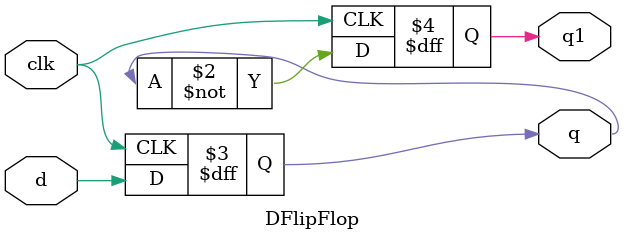
<source format=v>
module DFlipFlop(d,clk,q, q1);
    input d; // Data input 
    input clk; // clock input 
    output q, q1; // output Q 
    
	 always @(posedge clk) 
        begin
            q <= d;
			   q1 = ~q;	
        end 
endmodule 
</source>
